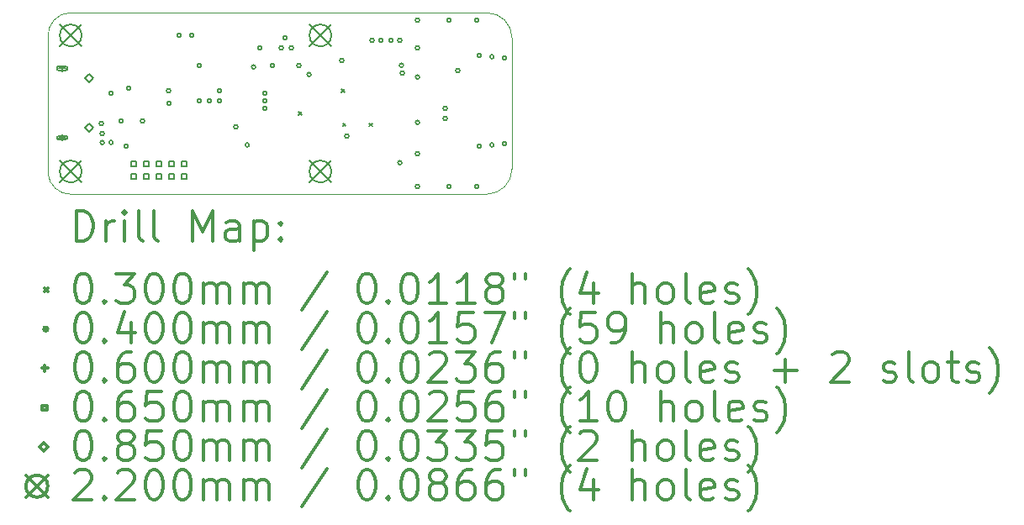
<source format=gbr>
%FSLAX45Y45*%
G04 Gerber Fmt 4.5, Leading zero omitted, Abs format (unit mm)*
G04 Created by KiCad (PCBNEW (5.1.12)-1) date 2022-02-05 21:04:31*
%MOMM*%
%LPD*%
G01*
G04 APERTURE LIST*
%TA.AperFunction,Profile*%
%ADD10C,0.050000*%
%TD*%
%ADD11C,0.200000*%
%ADD12C,0.300000*%
G04 APERTURE END LIST*
D10*
X16052800Y-7289800D02*
G75*
G02*
X16306800Y-7543800I0J-254000D01*
G01*
X16306800Y-8864600D02*
G75*
G02*
X16052800Y-9118600I-254000J0D01*
G01*
X16306800Y-8864600D02*
X16306800Y-7543800D01*
X11634598Y-7543645D02*
G75*
G02*
X11861800Y-7289800I227202J25245D01*
G01*
X11861800Y-9120007D02*
G75*
G02*
X11633200Y-8915400I0J230007D01*
G01*
X11861800Y-9120007D02*
X16052800Y-9118600D01*
X11861800Y-7289800D02*
X16052800Y-7289800D01*
X11633200Y-8915400D02*
X11634598Y-7543645D01*
D11*
X14158200Y-8291856D02*
X14188200Y-8321856D01*
X14188200Y-8291856D02*
X14158200Y-8321856D01*
X14590000Y-8062200D02*
X14620000Y-8092200D01*
X14620000Y-8062200D02*
X14590000Y-8092200D01*
X14602700Y-8405100D02*
X14632700Y-8435100D01*
X14632700Y-8405100D02*
X14602700Y-8435100D01*
X14869398Y-8405100D02*
X14899398Y-8435100D01*
X14899398Y-8405100D02*
X14869398Y-8435100D01*
X12191156Y-8405787D02*
G75*
G03*
X12191156Y-8405787I-20000J0D01*
G01*
X12199300Y-8509000D02*
G75*
G03*
X12199300Y-8509000I-20000J0D01*
G01*
X12199300Y-8597900D02*
G75*
G03*
X12199300Y-8597900I-20000J0D01*
G01*
X12288200Y-8102600D02*
G75*
G03*
X12288200Y-8102600I-20000J0D01*
G01*
X12288200Y-8597900D02*
G75*
G03*
X12288200Y-8597900I-20000J0D01*
G01*
X12389800Y-8382000D02*
G75*
G03*
X12389800Y-8382000I-20000J0D01*
G01*
X12440600Y-8636000D02*
G75*
G03*
X12440600Y-8636000I-20000J0D01*
G01*
X12466000Y-8051800D02*
G75*
G03*
X12466000Y-8051800I-20000J0D01*
G01*
X12605700Y-8382000D02*
G75*
G03*
X12605700Y-8382000I-20000J0D01*
G01*
X12867574Y-8076831D02*
G75*
G03*
X12867574Y-8076831I-20000J0D01*
G01*
X12872400Y-8204200D02*
G75*
G03*
X12872400Y-8204200I-20000J0D01*
G01*
X12974000Y-7518400D02*
G75*
G03*
X12974000Y-7518400I-20000J0D01*
G01*
X13101000Y-7518400D02*
G75*
G03*
X13101000Y-7518400I-20000J0D01*
G01*
X13177200Y-7823200D02*
G75*
G03*
X13177200Y-7823200I-20000J0D01*
G01*
X13177200Y-8178800D02*
G75*
G03*
X13177200Y-8178800I-20000J0D01*
G01*
X13278800Y-8178800D02*
G75*
G03*
X13278800Y-8178800I-20000J0D01*
G01*
X13380400Y-8077200D02*
G75*
G03*
X13380400Y-8077200I-20000J0D01*
G01*
X13380400Y-8178800D02*
G75*
G03*
X13380400Y-8178800I-20000J0D01*
G01*
X13545498Y-8439900D02*
G75*
G03*
X13545498Y-8439900I-20000J0D01*
G01*
X13659800Y-8623300D02*
G75*
G03*
X13659800Y-8623300I-20000J0D01*
G01*
X13723300Y-7835900D02*
G75*
G03*
X13723300Y-7835900I-20000J0D01*
G01*
X13786800Y-7645400D02*
G75*
G03*
X13786800Y-7645400I-20000J0D01*
G01*
X13837600Y-8102600D02*
G75*
G03*
X13837600Y-8102600I-20000J0D01*
G01*
X13837600Y-8178800D02*
G75*
G03*
X13837600Y-8178800I-20000J0D01*
G01*
X13837600Y-8255000D02*
G75*
G03*
X13837600Y-8255000I-20000J0D01*
G01*
X13913800Y-7823200D02*
G75*
G03*
X13913800Y-7823200I-20000J0D01*
G01*
X14002700Y-7645400D02*
G75*
G03*
X14002700Y-7645400I-20000J0D01*
G01*
X14040800Y-7543800D02*
G75*
G03*
X14040800Y-7543800I-20000J0D01*
G01*
X14104300Y-7645400D02*
G75*
G03*
X14104300Y-7645400I-20000J0D01*
G01*
X14180500Y-7823200D02*
G75*
G03*
X14180500Y-7823200I-20000J0D01*
G01*
X14282100Y-7912100D02*
G75*
G03*
X14282100Y-7912100I-20000J0D01*
G01*
X14612300Y-7772400D02*
G75*
G03*
X14612300Y-7772400I-20000J0D01*
G01*
X14663100Y-8534400D02*
G75*
G03*
X14663100Y-8534400I-20000J0D01*
G01*
X14917100Y-7569200D02*
G75*
G03*
X14917100Y-7569200I-20000J0D01*
G01*
X15006000Y-7569200D02*
G75*
G03*
X15006000Y-7569200I-20000J0D01*
G01*
X15107600Y-7569200D02*
G75*
G03*
X15107600Y-7569200I-20000J0D01*
G01*
X15196500Y-7569200D02*
G75*
G03*
X15196500Y-7569200I-20000J0D01*
G01*
X15196500Y-8801100D02*
G75*
G03*
X15196500Y-8801100I-20000J0D01*
G01*
X15212451Y-7819950D02*
G75*
G03*
X15212451Y-7819950I-20000J0D01*
G01*
X15221900Y-7899403D02*
G75*
G03*
X15221900Y-7899403I-20000J0D01*
G01*
X15374300Y-7366000D02*
G75*
G03*
X15374300Y-7366000I-20000J0D01*
G01*
X15374300Y-7645400D02*
G75*
G03*
X15374300Y-7645400I-20000J0D01*
G01*
X15374300Y-7937500D02*
G75*
G03*
X15374300Y-7937500I-20000J0D01*
G01*
X15374300Y-8394700D02*
G75*
G03*
X15374300Y-8394700I-20000J0D01*
G01*
X15374300Y-8712200D02*
G75*
G03*
X15374300Y-8712200I-20000J0D01*
G01*
X15374300Y-9042400D02*
G75*
G03*
X15374300Y-9042400I-20000J0D01*
G01*
X15653700Y-8255000D02*
G75*
G03*
X15653700Y-8255000I-20000J0D01*
G01*
X15653700Y-8356600D02*
G75*
G03*
X15653700Y-8356600I-20000J0D01*
G01*
X15691800Y-7366000D02*
G75*
G03*
X15691800Y-7366000I-20000J0D01*
G01*
X15691800Y-9042400D02*
G75*
G03*
X15691800Y-9042400I-20000J0D01*
G01*
X15780700Y-7874000D02*
G75*
G03*
X15780700Y-7874000I-20000J0D01*
G01*
X15971200Y-7366000D02*
G75*
G03*
X15971200Y-7366000I-20000J0D01*
G01*
X15971200Y-9042400D02*
G75*
G03*
X15971200Y-9042400I-20000J0D01*
G01*
X15996600Y-7721600D02*
G75*
G03*
X15996600Y-7721600I-20000J0D01*
G01*
X15996600Y-8636000D02*
G75*
G03*
X15996600Y-8636000I-20000J0D01*
G01*
X16123600Y-7734300D02*
G75*
G03*
X16123600Y-7734300I-20000J0D01*
G01*
X16123600Y-8623300D02*
G75*
G03*
X16123600Y-8623300I-20000J0D01*
G01*
X16250600Y-7747000D02*
G75*
G03*
X16250600Y-7747000I-20000J0D01*
G01*
X16250600Y-8610600D02*
G75*
G03*
X16250600Y-8610600I-20000J0D01*
G01*
X11776250Y-7820000D02*
X11776250Y-7880000D01*
X11746250Y-7850000D02*
X11806250Y-7850000D01*
X11741250Y-7870000D02*
X11811250Y-7870000D01*
X11741250Y-7830000D02*
X11811250Y-7830000D01*
X11811250Y-7870000D02*
G75*
G03*
X11811250Y-7830000I0J20000D01*
G01*
X11741250Y-7830000D02*
G75*
G03*
X11741250Y-7870000I0J-20000D01*
G01*
X11776250Y-8520000D02*
X11776250Y-8580000D01*
X11746250Y-8550000D02*
X11806250Y-8550000D01*
X11811250Y-8530000D02*
X11741250Y-8530000D01*
X11811250Y-8570000D02*
X11741250Y-8570000D01*
X11741250Y-8530000D02*
G75*
G03*
X11741250Y-8570000I0J-20000D01*
G01*
X11811250Y-8570000D02*
G75*
G03*
X11811250Y-8530000I0J20000D01*
G01*
X12519781Y-8836781D02*
X12519781Y-8790819D01*
X12473819Y-8790819D01*
X12473819Y-8836781D01*
X12519781Y-8836781D01*
X12519781Y-8963781D02*
X12519781Y-8917819D01*
X12473819Y-8917819D01*
X12473819Y-8963781D01*
X12519781Y-8963781D01*
X12646781Y-8836781D02*
X12646781Y-8790819D01*
X12600819Y-8790819D01*
X12600819Y-8836781D01*
X12646781Y-8836781D01*
X12646781Y-8963781D02*
X12646781Y-8917819D01*
X12600819Y-8917819D01*
X12600819Y-8963781D01*
X12646781Y-8963781D01*
X12773781Y-8836781D02*
X12773781Y-8790819D01*
X12727819Y-8790819D01*
X12727819Y-8836781D01*
X12773781Y-8836781D01*
X12773781Y-8963781D02*
X12773781Y-8917819D01*
X12727819Y-8917819D01*
X12727819Y-8963781D01*
X12773781Y-8963781D01*
X12900781Y-8836781D02*
X12900781Y-8790819D01*
X12854819Y-8790819D01*
X12854819Y-8836781D01*
X12900781Y-8836781D01*
X12900781Y-8963781D02*
X12900781Y-8917819D01*
X12854819Y-8917819D01*
X12854819Y-8963781D01*
X12900781Y-8963781D01*
X13027781Y-8836781D02*
X13027781Y-8790819D01*
X12981819Y-8790819D01*
X12981819Y-8836781D01*
X13027781Y-8836781D01*
X13027781Y-8963781D02*
X13027781Y-8917819D01*
X12981819Y-8917819D01*
X12981819Y-8963781D01*
X13027781Y-8963781D01*
X12046250Y-7992500D02*
X12088750Y-7950000D01*
X12046250Y-7907500D01*
X12003750Y-7950000D01*
X12046250Y-7992500D01*
X12046250Y-8492500D02*
X12088750Y-8450000D01*
X12046250Y-8407500D01*
X12003750Y-8450000D01*
X12046250Y-8492500D01*
X11751800Y-7408400D02*
X11971800Y-7628400D01*
X11971800Y-7408400D02*
X11751800Y-7628400D01*
X11971800Y-7518400D02*
G75*
G03*
X11971800Y-7518400I-110000J0D01*
G01*
X11751800Y-8780000D02*
X11971800Y-9000000D01*
X11971800Y-8780000D02*
X11751800Y-9000000D01*
X11971800Y-8890000D02*
G75*
G03*
X11971800Y-8890000I-110000J0D01*
G01*
X14266400Y-7408400D02*
X14486400Y-7628400D01*
X14486400Y-7408400D02*
X14266400Y-7628400D01*
X14486400Y-7518400D02*
G75*
G03*
X14486400Y-7518400I-110000J0D01*
G01*
X14266400Y-8780000D02*
X14486400Y-9000000D01*
X14486400Y-8780000D02*
X14266400Y-9000000D01*
X14486400Y-8890000D02*
G75*
G03*
X14486400Y-8890000I-110000J0D01*
G01*
D12*
X11917128Y-9588221D02*
X11917128Y-9288221D01*
X11988557Y-9288221D01*
X12031414Y-9302507D01*
X12059986Y-9331078D01*
X12074271Y-9359650D01*
X12088557Y-9416793D01*
X12088557Y-9459650D01*
X12074271Y-9516793D01*
X12059986Y-9545364D01*
X12031414Y-9573935D01*
X11988557Y-9588221D01*
X11917128Y-9588221D01*
X12217128Y-9588221D02*
X12217128Y-9388221D01*
X12217128Y-9445364D02*
X12231414Y-9416793D01*
X12245700Y-9402507D01*
X12274271Y-9388221D01*
X12302843Y-9388221D01*
X12402843Y-9588221D02*
X12402843Y-9388221D01*
X12402843Y-9288221D02*
X12388557Y-9302507D01*
X12402843Y-9316793D01*
X12417128Y-9302507D01*
X12402843Y-9288221D01*
X12402843Y-9316793D01*
X12588557Y-9588221D02*
X12559986Y-9573935D01*
X12545700Y-9545364D01*
X12545700Y-9288221D01*
X12745700Y-9588221D02*
X12717128Y-9573935D01*
X12702843Y-9545364D01*
X12702843Y-9288221D01*
X13088557Y-9588221D02*
X13088557Y-9288221D01*
X13188557Y-9502507D01*
X13288557Y-9288221D01*
X13288557Y-9588221D01*
X13559986Y-9588221D02*
X13559986Y-9431078D01*
X13545700Y-9402507D01*
X13517128Y-9388221D01*
X13459986Y-9388221D01*
X13431414Y-9402507D01*
X13559986Y-9573935D02*
X13531414Y-9588221D01*
X13459986Y-9588221D01*
X13431414Y-9573935D01*
X13417128Y-9545364D01*
X13417128Y-9516793D01*
X13431414Y-9488221D01*
X13459986Y-9473935D01*
X13531414Y-9473935D01*
X13559986Y-9459650D01*
X13702843Y-9388221D02*
X13702843Y-9688221D01*
X13702843Y-9402507D02*
X13731414Y-9388221D01*
X13788557Y-9388221D01*
X13817128Y-9402507D01*
X13831414Y-9416793D01*
X13845700Y-9445364D01*
X13845700Y-9531078D01*
X13831414Y-9559650D01*
X13817128Y-9573935D01*
X13788557Y-9588221D01*
X13731414Y-9588221D01*
X13702843Y-9573935D01*
X13974271Y-9559650D02*
X13988557Y-9573935D01*
X13974271Y-9588221D01*
X13959986Y-9573935D01*
X13974271Y-9559650D01*
X13974271Y-9588221D01*
X13974271Y-9402507D02*
X13988557Y-9416793D01*
X13974271Y-9431078D01*
X13959986Y-9416793D01*
X13974271Y-9402507D01*
X13974271Y-9431078D01*
X11600700Y-10067507D02*
X11630700Y-10097507D01*
X11630700Y-10067507D02*
X11600700Y-10097507D01*
X11974271Y-9918221D02*
X12002843Y-9918221D01*
X12031414Y-9932507D01*
X12045700Y-9946793D01*
X12059986Y-9975364D01*
X12074271Y-10032507D01*
X12074271Y-10103935D01*
X12059986Y-10161078D01*
X12045700Y-10189650D01*
X12031414Y-10203935D01*
X12002843Y-10218221D01*
X11974271Y-10218221D01*
X11945700Y-10203935D01*
X11931414Y-10189650D01*
X11917128Y-10161078D01*
X11902843Y-10103935D01*
X11902843Y-10032507D01*
X11917128Y-9975364D01*
X11931414Y-9946793D01*
X11945700Y-9932507D01*
X11974271Y-9918221D01*
X12202843Y-10189650D02*
X12217128Y-10203935D01*
X12202843Y-10218221D01*
X12188557Y-10203935D01*
X12202843Y-10189650D01*
X12202843Y-10218221D01*
X12317128Y-9918221D02*
X12502843Y-9918221D01*
X12402843Y-10032507D01*
X12445700Y-10032507D01*
X12474271Y-10046793D01*
X12488557Y-10061078D01*
X12502843Y-10089650D01*
X12502843Y-10161078D01*
X12488557Y-10189650D01*
X12474271Y-10203935D01*
X12445700Y-10218221D01*
X12359986Y-10218221D01*
X12331414Y-10203935D01*
X12317128Y-10189650D01*
X12688557Y-9918221D02*
X12717128Y-9918221D01*
X12745700Y-9932507D01*
X12759986Y-9946793D01*
X12774271Y-9975364D01*
X12788557Y-10032507D01*
X12788557Y-10103935D01*
X12774271Y-10161078D01*
X12759986Y-10189650D01*
X12745700Y-10203935D01*
X12717128Y-10218221D01*
X12688557Y-10218221D01*
X12659986Y-10203935D01*
X12645700Y-10189650D01*
X12631414Y-10161078D01*
X12617128Y-10103935D01*
X12617128Y-10032507D01*
X12631414Y-9975364D01*
X12645700Y-9946793D01*
X12659986Y-9932507D01*
X12688557Y-9918221D01*
X12974271Y-9918221D02*
X13002843Y-9918221D01*
X13031414Y-9932507D01*
X13045700Y-9946793D01*
X13059986Y-9975364D01*
X13074271Y-10032507D01*
X13074271Y-10103935D01*
X13059986Y-10161078D01*
X13045700Y-10189650D01*
X13031414Y-10203935D01*
X13002843Y-10218221D01*
X12974271Y-10218221D01*
X12945700Y-10203935D01*
X12931414Y-10189650D01*
X12917128Y-10161078D01*
X12902843Y-10103935D01*
X12902843Y-10032507D01*
X12917128Y-9975364D01*
X12931414Y-9946793D01*
X12945700Y-9932507D01*
X12974271Y-9918221D01*
X13202843Y-10218221D02*
X13202843Y-10018221D01*
X13202843Y-10046793D02*
X13217128Y-10032507D01*
X13245700Y-10018221D01*
X13288557Y-10018221D01*
X13317128Y-10032507D01*
X13331414Y-10061078D01*
X13331414Y-10218221D01*
X13331414Y-10061078D02*
X13345700Y-10032507D01*
X13374271Y-10018221D01*
X13417128Y-10018221D01*
X13445700Y-10032507D01*
X13459986Y-10061078D01*
X13459986Y-10218221D01*
X13602843Y-10218221D02*
X13602843Y-10018221D01*
X13602843Y-10046793D02*
X13617128Y-10032507D01*
X13645700Y-10018221D01*
X13688557Y-10018221D01*
X13717128Y-10032507D01*
X13731414Y-10061078D01*
X13731414Y-10218221D01*
X13731414Y-10061078D02*
X13745700Y-10032507D01*
X13774271Y-10018221D01*
X13817128Y-10018221D01*
X13845700Y-10032507D01*
X13859986Y-10061078D01*
X13859986Y-10218221D01*
X14445700Y-9903935D02*
X14188557Y-10289650D01*
X14831414Y-9918221D02*
X14859986Y-9918221D01*
X14888557Y-9932507D01*
X14902843Y-9946793D01*
X14917128Y-9975364D01*
X14931414Y-10032507D01*
X14931414Y-10103935D01*
X14917128Y-10161078D01*
X14902843Y-10189650D01*
X14888557Y-10203935D01*
X14859986Y-10218221D01*
X14831414Y-10218221D01*
X14802843Y-10203935D01*
X14788557Y-10189650D01*
X14774271Y-10161078D01*
X14759986Y-10103935D01*
X14759986Y-10032507D01*
X14774271Y-9975364D01*
X14788557Y-9946793D01*
X14802843Y-9932507D01*
X14831414Y-9918221D01*
X15059986Y-10189650D02*
X15074271Y-10203935D01*
X15059986Y-10218221D01*
X15045700Y-10203935D01*
X15059986Y-10189650D01*
X15059986Y-10218221D01*
X15259986Y-9918221D02*
X15288557Y-9918221D01*
X15317128Y-9932507D01*
X15331414Y-9946793D01*
X15345700Y-9975364D01*
X15359986Y-10032507D01*
X15359986Y-10103935D01*
X15345700Y-10161078D01*
X15331414Y-10189650D01*
X15317128Y-10203935D01*
X15288557Y-10218221D01*
X15259986Y-10218221D01*
X15231414Y-10203935D01*
X15217128Y-10189650D01*
X15202843Y-10161078D01*
X15188557Y-10103935D01*
X15188557Y-10032507D01*
X15202843Y-9975364D01*
X15217128Y-9946793D01*
X15231414Y-9932507D01*
X15259986Y-9918221D01*
X15645700Y-10218221D02*
X15474271Y-10218221D01*
X15559986Y-10218221D02*
X15559986Y-9918221D01*
X15531414Y-9961078D01*
X15502843Y-9989650D01*
X15474271Y-10003935D01*
X15931414Y-10218221D02*
X15759986Y-10218221D01*
X15845700Y-10218221D02*
X15845700Y-9918221D01*
X15817128Y-9961078D01*
X15788557Y-9989650D01*
X15759986Y-10003935D01*
X16102843Y-10046793D02*
X16074271Y-10032507D01*
X16059986Y-10018221D01*
X16045700Y-9989650D01*
X16045700Y-9975364D01*
X16059986Y-9946793D01*
X16074271Y-9932507D01*
X16102843Y-9918221D01*
X16159986Y-9918221D01*
X16188557Y-9932507D01*
X16202843Y-9946793D01*
X16217128Y-9975364D01*
X16217128Y-9989650D01*
X16202843Y-10018221D01*
X16188557Y-10032507D01*
X16159986Y-10046793D01*
X16102843Y-10046793D01*
X16074271Y-10061078D01*
X16059986Y-10075364D01*
X16045700Y-10103935D01*
X16045700Y-10161078D01*
X16059986Y-10189650D01*
X16074271Y-10203935D01*
X16102843Y-10218221D01*
X16159986Y-10218221D01*
X16188557Y-10203935D01*
X16202843Y-10189650D01*
X16217128Y-10161078D01*
X16217128Y-10103935D01*
X16202843Y-10075364D01*
X16188557Y-10061078D01*
X16159986Y-10046793D01*
X16331414Y-9918221D02*
X16331414Y-9975364D01*
X16445700Y-9918221D02*
X16445700Y-9975364D01*
X16888557Y-10332507D02*
X16874271Y-10318221D01*
X16845700Y-10275364D01*
X16831414Y-10246793D01*
X16817128Y-10203935D01*
X16802843Y-10132507D01*
X16802843Y-10075364D01*
X16817128Y-10003935D01*
X16831414Y-9961078D01*
X16845700Y-9932507D01*
X16874271Y-9889650D01*
X16888557Y-9875364D01*
X17131414Y-10018221D02*
X17131414Y-10218221D01*
X17059986Y-9903935D02*
X16988557Y-10118221D01*
X17174271Y-10118221D01*
X17517128Y-10218221D02*
X17517128Y-9918221D01*
X17645700Y-10218221D02*
X17645700Y-10061078D01*
X17631414Y-10032507D01*
X17602843Y-10018221D01*
X17559986Y-10018221D01*
X17531414Y-10032507D01*
X17517128Y-10046793D01*
X17831414Y-10218221D02*
X17802843Y-10203935D01*
X17788557Y-10189650D01*
X17774271Y-10161078D01*
X17774271Y-10075364D01*
X17788557Y-10046793D01*
X17802843Y-10032507D01*
X17831414Y-10018221D01*
X17874271Y-10018221D01*
X17902843Y-10032507D01*
X17917128Y-10046793D01*
X17931414Y-10075364D01*
X17931414Y-10161078D01*
X17917128Y-10189650D01*
X17902843Y-10203935D01*
X17874271Y-10218221D01*
X17831414Y-10218221D01*
X18102843Y-10218221D02*
X18074271Y-10203935D01*
X18059986Y-10175364D01*
X18059986Y-9918221D01*
X18331414Y-10203935D02*
X18302843Y-10218221D01*
X18245700Y-10218221D01*
X18217128Y-10203935D01*
X18202843Y-10175364D01*
X18202843Y-10061078D01*
X18217128Y-10032507D01*
X18245700Y-10018221D01*
X18302843Y-10018221D01*
X18331414Y-10032507D01*
X18345700Y-10061078D01*
X18345700Y-10089650D01*
X18202843Y-10118221D01*
X18459986Y-10203935D02*
X18488557Y-10218221D01*
X18545700Y-10218221D01*
X18574271Y-10203935D01*
X18588557Y-10175364D01*
X18588557Y-10161078D01*
X18574271Y-10132507D01*
X18545700Y-10118221D01*
X18502843Y-10118221D01*
X18474271Y-10103935D01*
X18459986Y-10075364D01*
X18459986Y-10061078D01*
X18474271Y-10032507D01*
X18502843Y-10018221D01*
X18545700Y-10018221D01*
X18574271Y-10032507D01*
X18688557Y-10332507D02*
X18702843Y-10318221D01*
X18731414Y-10275364D01*
X18745700Y-10246793D01*
X18759986Y-10203935D01*
X18774271Y-10132507D01*
X18774271Y-10075364D01*
X18759986Y-10003935D01*
X18745700Y-9961078D01*
X18731414Y-9932507D01*
X18702843Y-9889650D01*
X18688557Y-9875364D01*
X11630700Y-10478507D02*
G75*
G03*
X11630700Y-10478507I-20000J0D01*
G01*
X11974271Y-10314221D02*
X12002843Y-10314221D01*
X12031414Y-10328507D01*
X12045700Y-10342793D01*
X12059986Y-10371364D01*
X12074271Y-10428507D01*
X12074271Y-10499935D01*
X12059986Y-10557078D01*
X12045700Y-10585650D01*
X12031414Y-10599935D01*
X12002843Y-10614221D01*
X11974271Y-10614221D01*
X11945700Y-10599935D01*
X11931414Y-10585650D01*
X11917128Y-10557078D01*
X11902843Y-10499935D01*
X11902843Y-10428507D01*
X11917128Y-10371364D01*
X11931414Y-10342793D01*
X11945700Y-10328507D01*
X11974271Y-10314221D01*
X12202843Y-10585650D02*
X12217128Y-10599935D01*
X12202843Y-10614221D01*
X12188557Y-10599935D01*
X12202843Y-10585650D01*
X12202843Y-10614221D01*
X12474271Y-10414221D02*
X12474271Y-10614221D01*
X12402843Y-10299935D02*
X12331414Y-10514221D01*
X12517128Y-10514221D01*
X12688557Y-10314221D02*
X12717128Y-10314221D01*
X12745700Y-10328507D01*
X12759986Y-10342793D01*
X12774271Y-10371364D01*
X12788557Y-10428507D01*
X12788557Y-10499935D01*
X12774271Y-10557078D01*
X12759986Y-10585650D01*
X12745700Y-10599935D01*
X12717128Y-10614221D01*
X12688557Y-10614221D01*
X12659986Y-10599935D01*
X12645700Y-10585650D01*
X12631414Y-10557078D01*
X12617128Y-10499935D01*
X12617128Y-10428507D01*
X12631414Y-10371364D01*
X12645700Y-10342793D01*
X12659986Y-10328507D01*
X12688557Y-10314221D01*
X12974271Y-10314221D02*
X13002843Y-10314221D01*
X13031414Y-10328507D01*
X13045700Y-10342793D01*
X13059986Y-10371364D01*
X13074271Y-10428507D01*
X13074271Y-10499935D01*
X13059986Y-10557078D01*
X13045700Y-10585650D01*
X13031414Y-10599935D01*
X13002843Y-10614221D01*
X12974271Y-10614221D01*
X12945700Y-10599935D01*
X12931414Y-10585650D01*
X12917128Y-10557078D01*
X12902843Y-10499935D01*
X12902843Y-10428507D01*
X12917128Y-10371364D01*
X12931414Y-10342793D01*
X12945700Y-10328507D01*
X12974271Y-10314221D01*
X13202843Y-10614221D02*
X13202843Y-10414221D01*
X13202843Y-10442793D02*
X13217128Y-10428507D01*
X13245700Y-10414221D01*
X13288557Y-10414221D01*
X13317128Y-10428507D01*
X13331414Y-10457078D01*
X13331414Y-10614221D01*
X13331414Y-10457078D02*
X13345700Y-10428507D01*
X13374271Y-10414221D01*
X13417128Y-10414221D01*
X13445700Y-10428507D01*
X13459986Y-10457078D01*
X13459986Y-10614221D01*
X13602843Y-10614221D02*
X13602843Y-10414221D01*
X13602843Y-10442793D02*
X13617128Y-10428507D01*
X13645700Y-10414221D01*
X13688557Y-10414221D01*
X13717128Y-10428507D01*
X13731414Y-10457078D01*
X13731414Y-10614221D01*
X13731414Y-10457078D02*
X13745700Y-10428507D01*
X13774271Y-10414221D01*
X13817128Y-10414221D01*
X13845700Y-10428507D01*
X13859986Y-10457078D01*
X13859986Y-10614221D01*
X14445700Y-10299935D02*
X14188557Y-10685650D01*
X14831414Y-10314221D02*
X14859986Y-10314221D01*
X14888557Y-10328507D01*
X14902843Y-10342793D01*
X14917128Y-10371364D01*
X14931414Y-10428507D01*
X14931414Y-10499935D01*
X14917128Y-10557078D01*
X14902843Y-10585650D01*
X14888557Y-10599935D01*
X14859986Y-10614221D01*
X14831414Y-10614221D01*
X14802843Y-10599935D01*
X14788557Y-10585650D01*
X14774271Y-10557078D01*
X14759986Y-10499935D01*
X14759986Y-10428507D01*
X14774271Y-10371364D01*
X14788557Y-10342793D01*
X14802843Y-10328507D01*
X14831414Y-10314221D01*
X15059986Y-10585650D02*
X15074271Y-10599935D01*
X15059986Y-10614221D01*
X15045700Y-10599935D01*
X15059986Y-10585650D01*
X15059986Y-10614221D01*
X15259986Y-10314221D02*
X15288557Y-10314221D01*
X15317128Y-10328507D01*
X15331414Y-10342793D01*
X15345700Y-10371364D01*
X15359986Y-10428507D01*
X15359986Y-10499935D01*
X15345700Y-10557078D01*
X15331414Y-10585650D01*
X15317128Y-10599935D01*
X15288557Y-10614221D01*
X15259986Y-10614221D01*
X15231414Y-10599935D01*
X15217128Y-10585650D01*
X15202843Y-10557078D01*
X15188557Y-10499935D01*
X15188557Y-10428507D01*
X15202843Y-10371364D01*
X15217128Y-10342793D01*
X15231414Y-10328507D01*
X15259986Y-10314221D01*
X15645700Y-10614221D02*
X15474271Y-10614221D01*
X15559986Y-10614221D02*
X15559986Y-10314221D01*
X15531414Y-10357078D01*
X15502843Y-10385650D01*
X15474271Y-10399935D01*
X15917128Y-10314221D02*
X15774271Y-10314221D01*
X15759986Y-10457078D01*
X15774271Y-10442793D01*
X15802843Y-10428507D01*
X15874271Y-10428507D01*
X15902843Y-10442793D01*
X15917128Y-10457078D01*
X15931414Y-10485650D01*
X15931414Y-10557078D01*
X15917128Y-10585650D01*
X15902843Y-10599935D01*
X15874271Y-10614221D01*
X15802843Y-10614221D01*
X15774271Y-10599935D01*
X15759986Y-10585650D01*
X16031414Y-10314221D02*
X16231414Y-10314221D01*
X16102843Y-10614221D01*
X16331414Y-10314221D02*
X16331414Y-10371364D01*
X16445700Y-10314221D02*
X16445700Y-10371364D01*
X16888557Y-10728507D02*
X16874271Y-10714221D01*
X16845700Y-10671364D01*
X16831414Y-10642793D01*
X16817128Y-10599935D01*
X16802843Y-10528507D01*
X16802843Y-10471364D01*
X16817128Y-10399935D01*
X16831414Y-10357078D01*
X16845700Y-10328507D01*
X16874271Y-10285650D01*
X16888557Y-10271364D01*
X17145700Y-10314221D02*
X17002843Y-10314221D01*
X16988557Y-10457078D01*
X17002843Y-10442793D01*
X17031414Y-10428507D01*
X17102843Y-10428507D01*
X17131414Y-10442793D01*
X17145700Y-10457078D01*
X17159986Y-10485650D01*
X17159986Y-10557078D01*
X17145700Y-10585650D01*
X17131414Y-10599935D01*
X17102843Y-10614221D01*
X17031414Y-10614221D01*
X17002843Y-10599935D01*
X16988557Y-10585650D01*
X17302843Y-10614221D02*
X17359986Y-10614221D01*
X17388557Y-10599935D01*
X17402843Y-10585650D01*
X17431414Y-10542793D01*
X17445700Y-10485650D01*
X17445700Y-10371364D01*
X17431414Y-10342793D01*
X17417128Y-10328507D01*
X17388557Y-10314221D01*
X17331414Y-10314221D01*
X17302843Y-10328507D01*
X17288557Y-10342793D01*
X17274271Y-10371364D01*
X17274271Y-10442793D01*
X17288557Y-10471364D01*
X17302843Y-10485650D01*
X17331414Y-10499935D01*
X17388557Y-10499935D01*
X17417128Y-10485650D01*
X17431414Y-10471364D01*
X17445700Y-10442793D01*
X17802843Y-10614221D02*
X17802843Y-10314221D01*
X17931414Y-10614221D02*
X17931414Y-10457078D01*
X17917128Y-10428507D01*
X17888557Y-10414221D01*
X17845700Y-10414221D01*
X17817128Y-10428507D01*
X17802843Y-10442793D01*
X18117128Y-10614221D02*
X18088557Y-10599935D01*
X18074271Y-10585650D01*
X18059986Y-10557078D01*
X18059986Y-10471364D01*
X18074271Y-10442793D01*
X18088557Y-10428507D01*
X18117128Y-10414221D01*
X18159986Y-10414221D01*
X18188557Y-10428507D01*
X18202843Y-10442793D01*
X18217128Y-10471364D01*
X18217128Y-10557078D01*
X18202843Y-10585650D01*
X18188557Y-10599935D01*
X18159986Y-10614221D01*
X18117128Y-10614221D01*
X18388557Y-10614221D02*
X18359986Y-10599935D01*
X18345700Y-10571364D01*
X18345700Y-10314221D01*
X18617128Y-10599935D02*
X18588557Y-10614221D01*
X18531414Y-10614221D01*
X18502843Y-10599935D01*
X18488557Y-10571364D01*
X18488557Y-10457078D01*
X18502843Y-10428507D01*
X18531414Y-10414221D01*
X18588557Y-10414221D01*
X18617128Y-10428507D01*
X18631414Y-10457078D01*
X18631414Y-10485650D01*
X18488557Y-10514221D01*
X18745700Y-10599935D02*
X18774271Y-10614221D01*
X18831414Y-10614221D01*
X18859986Y-10599935D01*
X18874271Y-10571364D01*
X18874271Y-10557078D01*
X18859986Y-10528507D01*
X18831414Y-10514221D01*
X18788557Y-10514221D01*
X18759986Y-10499935D01*
X18745700Y-10471364D01*
X18745700Y-10457078D01*
X18759986Y-10428507D01*
X18788557Y-10414221D01*
X18831414Y-10414221D01*
X18859986Y-10428507D01*
X18974271Y-10728507D02*
X18988557Y-10714221D01*
X19017128Y-10671364D01*
X19031414Y-10642793D01*
X19045700Y-10599935D01*
X19059986Y-10528507D01*
X19059986Y-10471364D01*
X19045700Y-10399935D01*
X19031414Y-10357078D01*
X19017128Y-10328507D01*
X18988557Y-10285650D01*
X18974271Y-10271364D01*
X11600700Y-10844507D02*
X11600700Y-10904507D01*
X11570700Y-10874507D02*
X11630700Y-10874507D01*
X11974271Y-10710221D02*
X12002843Y-10710221D01*
X12031414Y-10724507D01*
X12045700Y-10738793D01*
X12059986Y-10767364D01*
X12074271Y-10824507D01*
X12074271Y-10895935D01*
X12059986Y-10953078D01*
X12045700Y-10981650D01*
X12031414Y-10995935D01*
X12002843Y-11010221D01*
X11974271Y-11010221D01*
X11945700Y-10995935D01*
X11931414Y-10981650D01*
X11917128Y-10953078D01*
X11902843Y-10895935D01*
X11902843Y-10824507D01*
X11917128Y-10767364D01*
X11931414Y-10738793D01*
X11945700Y-10724507D01*
X11974271Y-10710221D01*
X12202843Y-10981650D02*
X12217128Y-10995935D01*
X12202843Y-11010221D01*
X12188557Y-10995935D01*
X12202843Y-10981650D01*
X12202843Y-11010221D01*
X12474271Y-10710221D02*
X12417128Y-10710221D01*
X12388557Y-10724507D01*
X12374271Y-10738793D01*
X12345700Y-10781650D01*
X12331414Y-10838793D01*
X12331414Y-10953078D01*
X12345700Y-10981650D01*
X12359986Y-10995935D01*
X12388557Y-11010221D01*
X12445700Y-11010221D01*
X12474271Y-10995935D01*
X12488557Y-10981650D01*
X12502843Y-10953078D01*
X12502843Y-10881650D01*
X12488557Y-10853078D01*
X12474271Y-10838793D01*
X12445700Y-10824507D01*
X12388557Y-10824507D01*
X12359986Y-10838793D01*
X12345700Y-10853078D01*
X12331414Y-10881650D01*
X12688557Y-10710221D02*
X12717128Y-10710221D01*
X12745700Y-10724507D01*
X12759986Y-10738793D01*
X12774271Y-10767364D01*
X12788557Y-10824507D01*
X12788557Y-10895935D01*
X12774271Y-10953078D01*
X12759986Y-10981650D01*
X12745700Y-10995935D01*
X12717128Y-11010221D01*
X12688557Y-11010221D01*
X12659986Y-10995935D01*
X12645700Y-10981650D01*
X12631414Y-10953078D01*
X12617128Y-10895935D01*
X12617128Y-10824507D01*
X12631414Y-10767364D01*
X12645700Y-10738793D01*
X12659986Y-10724507D01*
X12688557Y-10710221D01*
X12974271Y-10710221D02*
X13002843Y-10710221D01*
X13031414Y-10724507D01*
X13045700Y-10738793D01*
X13059986Y-10767364D01*
X13074271Y-10824507D01*
X13074271Y-10895935D01*
X13059986Y-10953078D01*
X13045700Y-10981650D01*
X13031414Y-10995935D01*
X13002843Y-11010221D01*
X12974271Y-11010221D01*
X12945700Y-10995935D01*
X12931414Y-10981650D01*
X12917128Y-10953078D01*
X12902843Y-10895935D01*
X12902843Y-10824507D01*
X12917128Y-10767364D01*
X12931414Y-10738793D01*
X12945700Y-10724507D01*
X12974271Y-10710221D01*
X13202843Y-11010221D02*
X13202843Y-10810221D01*
X13202843Y-10838793D02*
X13217128Y-10824507D01*
X13245700Y-10810221D01*
X13288557Y-10810221D01*
X13317128Y-10824507D01*
X13331414Y-10853078D01*
X13331414Y-11010221D01*
X13331414Y-10853078D02*
X13345700Y-10824507D01*
X13374271Y-10810221D01*
X13417128Y-10810221D01*
X13445700Y-10824507D01*
X13459986Y-10853078D01*
X13459986Y-11010221D01*
X13602843Y-11010221D02*
X13602843Y-10810221D01*
X13602843Y-10838793D02*
X13617128Y-10824507D01*
X13645700Y-10810221D01*
X13688557Y-10810221D01*
X13717128Y-10824507D01*
X13731414Y-10853078D01*
X13731414Y-11010221D01*
X13731414Y-10853078D02*
X13745700Y-10824507D01*
X13774271Y-10810221D01*
X13817128Y-10810221D01*
X13845700Y-10824507D01*
X13859986Y-10853078D01*
X13859986Y-11010221D01*
X14445700Y-10695935D02*
X14188557Y-11081650D01*
X14831414Y-10710221D02*
X14859986Y-10710221D01*
X14888557Y-10724507D01*
X14902843Y-10738793D01*
X14917128Y-10767364D01*
X14931414Y-10824507D01*
X14931414Y-10895935D01*
X14917128Y-10953078D01*
X14902843Y-10981650D01*
X14888557Y-10995935D01*
X14859986Y-11010221D01*
X14831414Y-11010221D01*
X14802843Y-10995935D01*
X14788557Y-10981650D01*
X14774271Y-10953078D01*
X14759986Y-10895935D01*
X14759986Y-10824507D01*
X14774271Y-10767364D01*
X14788557Y-10738793D01*
X14802843Y-10724507D01*
X14831414Y-10710221D01*
X15059986Y-10981650D02*
X15074271Y-10995935D01*
X15059986Y-11010221D01*
X15045700Y-10995935D01*
X15059986Y-10981650D01*
X15059986Y-11010221D01*
X15259986Y-10710221D02*
X15288557Y-10710221D01*
X15317128Y-10724507D01*
X15331414Y-10738793D01*
X15345700Y-10767364D01*
X15359986Y-10824507D01*
X15359986Y-10895935D01*
X15345700Y-10953078D01*
X15331414Y-10981650D01*
X15317128Y-10995935D01*
X15288557Y-11010221D01*
X15259986Y-11010221D01*
X15231414Y-10995935D01*
X15217128Y-10981650D01*
X15202843Y-10953078D01*
X15188557Y-10895935D01*
X15188557Y-10824507D01*
X15202843Y-10767364D01*
X15217128Y-10738793D01*
X15231414Y-10724507D01*
X15259986Y-10710221D01*
X15474271Y-10738793D02*
X15488557Y-10724507D01*
X15517128Y-10710221D01*
X15588557Y-10710221D01*
X15617128Y-10724507D01*
X15631414Y-10738793D01*
X15645700Y-10767364D01*
X15645700Y-10795935D01*
X15631414Y-10838793D01*
X15459986Y-11010221D01*
X15645700Y-11010221D01*
X15745700Y-10710221D02*
X15931414Y-10710221D01*
X15831414Y-10824507D01*
X15874271Y-10824507D01*
X15902843Y-10838793D01*
X15917128Y-10853078D01*
X15931414Y-10881650D01*
X15931414Y-10953078D01*
X15917128Y-10981650D01*
X15902843Y-10995935D01*
X15874271Y-11010221D01*
X15788557Y-11010221D01*
X15759986Y-10995935D01*
X15745700Y-10981650D01*
X16188557Y-10710221D02*
X16131414Y-10710221D01*
X16102843Y-10724507D01*
X16088557Y-10738793D01*
X16059986Y-10781650D01*
X16045700Y-10838793D01*
X16045700Y-10953078D01*
X16059986Y-10981650D01*
X16074271Y-10995935D01*
X16102843Y-11010221D01*
X16159986Y-11010221D01*
X16188557Y-10995935D01*
X16202843Y-10981650D01*
X16217128Y-10953078D01*
X16217128Y-10881650D01*
X16202843Y-10853078D01*
X16188557Y-10838793D01*
X16159986Y-10824507D01*
X16102843Y-10824507D01*
X16074271Y-10838793D01*
X16059986Y-10853078D01*
X16045700Y-10881650D01*
X16331414Y-10710221D02*
X16331414Y-10767364D01*
X16445700Y-10710221D02*
X16445700Y-10767364D01*
X16888557Y-11124507D02*
X16874271Y-11110221D01*
X16845700Y-11067364D01*
X16831414Y-11038793D01*
X16817128Y-10995935D01*
X16802843Y-10924507D01*
X16802843Y-10867364D01*
X16817128Y-10795935D01*
X16831414Y-10753078D01*
X16845700Y-10724507D01*
X16874271Y-10681650D01*
X16888557Y-10667364D01*
X17059986Y-10710221D02*
X17088557Y-10710221D01*
X17117128Y-10724507D01*
X17131414Y-10738793D01*
X17145700Y-10767364D01*
X17159986Y-10824507D01*
X17159986Y-10895935D01*
X17145700Y-10953078D01*
X17131414Y-10981650D01*
X17117128Y-10995935D01*
X17088557Y-11010221D01*
X17059986Y-11010221D01*
X17031414Y-10995935D01*
X17017128Y-10981650D01*
X17002843Y-10953078D01*
X16988557Y-10895935D01*
X16988557Y-10824507D01*
X17002843Y-10767364D01*
X17017128Y-10738793D01*
X17031414Y-10724507D01*
X17059986Y-10710221D01*
X17517128Y-11010221D02*
X17517128Y-10710221D01*
X17645700Y-11010221D02*
X17645700Y-10853078D01*
X17631414Y-10824507D01*
X17602843Y-10810221D01*
X17559986Y-10810221D01*
X17531414Y-10824507D01*
X17517128Y-10838793D01*
X17831414Y-11010221D02*
X17802843Y-10995935D01*
X17788557Y-10981650D01*
X17774271Y-10953078D01*
X17774271Y-10867364D01*
X17788557Y-10838793D01*
X17802843Y-10824507D01*
X17831414Y-10810221D01*
X17874271Y-10810221D01*
X17902843Y-10824507D01*
X17917128Y-10838793D01*
X17931414Y-10867364D01*
X17931414Y-10953078D01*
X17917128Y-10981650D01*
X17902843Y-10995935D01*
X17874271Y-11010221D01*
X17831414Y-11010221D01*
X18102843Y-11010221D02*
X18074271Y-10995935D01*
X18059986Y-10967364D01*
X18059986Y-10710221D01*
X18331414Y-10995935D02*
X18302843Y-11010221D01*
X18245700Y-11010221D01*
X18217128Y-10995935D01*
X18202843Y-10967364D01*
X18202843Y-10853078D01*
X18217128Y-10824507D01*
X18245700Y-10810221D01*
X18302843Y-10810221D01*
X18331414Y-10824507D01*
X18345700Y-10853078D01*
X18345700Y-10881650D01*
X18202843Y-10910221D01*
X18459986Y-10995935D02*
X18488557Y-11010221D01*
X18545700Y-11010221D01*
X18574271Y-10995935D01*
X18588557Y-10967364D01*
X18588557Y-10953078D01*
X18574271Y-10924507D01*
X18545700Y-10910221D01*
X18502843Y-10910221D01*
X18474271Y-10895935D01*
X18459986Y-10867364D01*
X18459986Y-10853078D01*
X18474271Y-10824507D01*
X18502843Y-10810221D01*
X18545700Y-10810221D01*
X18574271Y-10824507D01*
X18945700Y-10895935D02*
X19174271Y-10895935D01*
X19059986Y-11010221D02*
X19059986Y-10781650D01*
X19531414Y-10738793D02*
X19545700Y-10724507D01*
X19574271Y-10710221D01*
X19645700Y-10710221D01*
X19674271Y-10724507D01*
X19688557Y-10738793D01*
X19702843Y-10767364D01*
X19702843Y-10795935D01*
X19688557Y-10838793D01*
X19517128Y-11010221D01*
X19702843Y-11010221D01*
X20045700Y-10995935D02*
X20074271Y-11010221D01*
X20131414Y-11010221D01*
X20159986Y-10995935D01*
X20174271Y-10967364D01*
X20174271Y-10953078D01*
X20159986Y-10924507D01*
X20131414Y-10910221D01*
X20088557Y-10910221D01*
X20059986Y-10895935D01*
X20045700Y-10867364D01*
X20045700Y-10853078D01*
X20059986Y-10824507D01*
X20088557Y-10810221D01*
X20131414Y-10810221D01*
X20159986Y-10824507D01*
X20345700Y-11010221D02*
X20317128Y-10995935D01*
X20302843Y-10967364D01*
X20302843Y-10710221D01*
X20502843Y-11010221D02*
X20474271Y-10995935D01*
X20459986Y-10981650D01*
X20445700Y-10953078D01*
X20445700Y-10867364D01*
X20459986Y-10838793D01*
X20474271Y-10824507D01*
X20502843Y-10810221D01*
X20545700Y-10810221D01*
X20574271Y-10824507D01*
X20588557Y-10838793D01*
X20602843Y-10867364D01*
X20602843Y-10953078D01*
X20588557Y-10981650D01*
X20574271Y-10995935D01*
X20545700Y-11010221D01*
X20502843Y-11010221D01*
X20688557Y-10810221D02*
X20802843Y-10810221D01*
X20731414Y-10710221D02*
X20731414Y-10967364D01*
X20745700Y-10995935D01*
X20774271Y-11010221D01*
X20802843Y-11010221D01*
X20888557Y-10995935D02*
X20917128Y-11010221D01*
X20974271Y-11010221D01*
X21002843Y-10995935D01*
X21017128Y-10967364D01*
X21017128Y-10953078D01*
X21002843Y-10924507D01*
X20974271Y-10910221D01*
X20931414Y-10910221D01*
X20902843Y-10895935D01*
X20888557Y-10867364D01*
X20888557Y-10853078D01*
X20902843Y-10824507D01*
X20931414Y-10810221D01*
X20974271Y-10810221D01*
X21002843Y-10824507D01*
X21117128Y-11124507D02*
X21131414Y-11110221D01*
X21159986Y-11067364D01*
X21174271Y-11038793D01*
X21188557Y-10995935D01*
X21202843Y-10924507D01*
X21202843Y-10867364D01*
X21188557Y-10795935D01*
X21174271Y-10753078D01*
X21159986Y-10724507D01*
X21131414Y-10681650D01*
X21117128Y-10667364D01*
X11621181Y-11293488D02*
X11621181Y-11247526D01*
X11575219Y-11247526D01*
X11575219Y-11293488D01*
X11621181Y-11293488D01*
X11974271Y-11106221D02*
X12002843Y-11106221D01*
X12031414Y-11120507D01*
X12045700Y-11134793D01*
X12059986Y-11163364D01*
X12074271Y-11220507D01*
X12074271Y-11291935D01*
X12059986Y-11349078D01*
X12045700Y-11377650D01*
X12031414Y-11391935D01*
X12002843Y-11406221D01*
X11974271Y-11406221D01*
X11945700Y-11391935D01*
X11931414Y-11377650D01*
X11917128Y-11349078D01*
X11902843Y-11291935D01*
X11902843Y-11220507D01*
X11917128Y-11163364D01*
X11931414Y-11134793D01*
X11945700Y-11120507D01*
X11974271Y-11106221D01*
X12202843Y-11377650D02*
X12217128Y-11391935D01*
X12202843Y-11406221D01*
X12188557Y-11391935D01*
X12202843Y-11377650D01*
X12202843Y-11406221D01*
X12474271Y-11106221D02*
X12417128Y-11106221D01*
X12388557Y-11120507D01*
X12374271Y-11134793D01*
X12345700Y-11177650D01*
X12331414Y-11234792D01*
X12331414Y-11349078D01*
X12345700Y-11377650D01*
X12359986Y-11391935D01*
X12388557Y-11406221D01*
X12445700Y-11406221D01*
X12474271Y-11391935D01*
X12488557Y-11377650D01*
X12502843Y-11349078D01*
X12502843Y-11277650D01*
X12488557Y-11249078D01*
X12474271Y-11234792D01*
X12445700Y-11220507D01*
X12388557Y-11220507D01*
X12359986Y-11234792D01*
X12345700Y-11249078D01*
X12331414Y-11277650D01*
X12774271Y-11106221D02*
X12631414Y-11106221D01*
X12617128Y-11249078D01*
X12631414Y-11234792D01*
X12659986Y-11220507D01*
X12731414Y-11220507D01*
X12759986Y-11234792D01*
X12774271Y-11249078D01*
X12788557Y-11277650D01*
X12788557Y-11349078D01*
X12774271Y-11377650D01*
X12759986Y-11391935D01*
X12731414Y-11406221D01*
X12659986Y-11406221D01*
X12631414Y-11391935D01*
X12617128Y-11377650D01*
X12974271Y-11106221D02*
X13002843Y-11106221D01*
X13031414Y-11120507D01*
X13045700Y-11134793D01*
X13059986Y-11163364D01*
X13074271Y-11220507D01*
X13074271Y-11291935D01*
X13059986Y-11349078D01*
X13045700Y-11377650D01*
X13031414Y-11391935D01*
X13002843Y-11406221D01*
X12974271Y-11406221D01*
X12945700Y-11391935D01*
X12931414Y-11377650D01*
X12917128Y-11349078D01*
X12902843Y-11291935D01*
X12902843Y-11220507D01*
X12917128Y-11163364D01*
X12931414Y-11134793D01*
X12945700Y-11120507D01*
X12974271Y-11106221D01*
X13202843Y-11406221D02*
X13202843Y-11206221D01*
X13202843Y-11234792D02*
X13217128Y-11220507D01*
X13245700Y-11206221D01*
X13288557Y-11206221D01*
X13317128Y-11220507D01*
X13331414Y-11249078D01*
X13331414Y-11406221D01*
X13331414Y-11249078D02*
X13345700Y-11220507D01*
X13374271Y-11206221D01*
X13417128Y-11206221D01*
X13445700Y-11220507D01*
X13459986Y-11249078D01*
X13459986Y-11406221D01*
X13602843Y-11406221D02*
X13602843Y-11206221D01*
X13602843Y-11234792D02*
X13617128Y-11220507D01*
X13645700Y-11206221D01*
X13688557Y-11206221D01*
X13717128Y-11220507D01*
X13731414Y-11249078D01*
X13731414Y-11406221D01*
X13731414Y-11249078D02*
X13745700Y-11220507D01*
X13774271Y-11206221D01*
X13817128Y-11206221D01*
X13845700Y-11220507D01*
X13859986Y-11249078D01*
X13859986Y-11406221D01*
X14445700Y-11091935D02*
X14188557Y-11477650D01*
X14831414Y-11106221D02*
X14859986Y-11106221D01*
X14888557Y-11120507D01*
X14902843Y-11134793D01*
X14917128Y-11163364D01*
X14931414Y-11220507D01*
X14931414Y-11291935D01*
X14917128Y-11349078D01*
X14902843Y-11377650D01*
X14888557Y-11391935D01*
X14859986Y-11406221D01*
X14831414Y-11406221D01*
X14802843Y-11391935D01*
X14788557Y-11377650D01*
X14774271Y-11349078D01*
X14759986Y-11291935D01*
X14759986Y-11220507D01*
X14774271Y-11163364D01*
X14788557Y-11134793D01*
X14802843Y-11120507D01*
X14831414Y-11106221D01*
X15059986Y-11377650D02*
X15074271Y-11391935D01*
X15059986Y-11406221D01*
X15045700Y-11391935D01*
X15059986Y-11377650D01*
X15059986Y-11406221D01*
X15259986Y-11106221D02*
X15288557Y-11106221D01*
X15317128Y-11120507D01*
X15331414Y-11134793D01*
X15345700Y-11163364D01*
X15359986Y-11220507D01*
X15359986Y-11291935D01*
X15345700Y-11349078D01*
X15331414Y-11377650D01*
X15317128Y-11391935D01*
X15288557Y-11406221D01*
X15259986Y-11406221D01*
X15231414Y-11391935D01*
X15217128Y-11377650D01*
X15202843Y-11349078D01*
X15188557Y-11291935D01*
X15188557Y-11220507D01*
X15202843Y-11163364D01*
X15217128Y-11134793D01*
X15231414Y-11120507D01*
X15259986Y-11106221D01*
X15474271Y-11134793D02*
X15488557Y-11120507D01*
X15517128Y-11106221D01*
X15588557Y-11106221D01*
X15617128Y-11120507D01*
X15631414Y-11134793D01*
X15645700Y-11163364D01*
X15645700Y-11191935D01*
X15631414Y-11234792D01*
X15459986Y-11406221D01*
X15645700Y-11406221D01*
X15917128Y-11106221D02*
X15774271Y-11106221D01*
X15759986Y-11249078D01*
X15774271Y-11234792D01*
X15802843Y-11220507D01*
X15874271Y-11220507D01*
X15902843Y-11234792D01*
X15917128Y-11249078D01*
X15931414Y-11277650D01*
X15931414Y-11349078D01*
X15917128Y-11377650D01*
X15902843Y-11391935D01*
X15874271Y-11406221D01*
X15802843Y-11406221D01*
X15774271Y-11391935D01*
X15759986Y-11377650D01*
X16188557Y-11106221D02*
X16131414Y-11106221D01*
X16102843Y-11120507D01*
X16088557Y-11134793D01*
X16059986Y-11177650D01*
X16045700Y-11234792D01*
X16045700Y-11349078D01*
X16059986Y-11377650D01*
X16074271Y-11391935D01*
X16102843Y-11406221D01*
X16159986Y-11406221D01*
X16188557Y-11391935D01*
X16202843Y-11377650D01*
X16217128Y-11349078D01*
X16217128Y-11277650D01*
X16202843Y-11249078D01*
X16188557Y-11234792D01*
X16159986Y-11220507D01*
X16102843Y-11220507D01*
X16074271Y-11234792D01*
X16059986Y-11249078D01*
X16045700Y-11277650D01*
X16331414Y-11106221D02*
X16331414Y-11163364D01*
X16445700Y-11106221D02*
X16445700Y-11163364D01*
X16888557Y-11520507D02*
X16874271Y-11506221D01*
X16845700Y-11463364D01*
X16831414Y-11434792D01*
X16817128Y-11391935D01*
X16802843Y-11320507D01*
X16802843Y-11263364D01*
X16817128Y-11191935D01*
X16831414Y-11149078D01*
X16845700Y-11120507D01*
X16874271Y-11077650D01*
X16888557Y-11063364D01*
X17159986Y-11406221D02*
X16988557Y-11406221D01*
X17074271Y-11406221D02*
X17074271Y-11106221D01*
X17045700Y-11149078D01*
X17017128Y-11177650D01*
X16988557Y-11191935D01*
X17345700Y-11106221D02*
X17374271Y-11106221D01*
X17402843Y-11120507D01*
X17417128Y-11134793D01*
X17431414Y-11163364D01*
X17445700Y-11220507D01*
X17445700Y-11291935D01*
X17431414Y-11349078D01*
X17417128Y-11377650D01*
X17402843Y-11391935D01*
X17374271Y-11406221D01*
X17345700Y-11406221D01*
X17317128Y-11391935D01*
X17302843Y-11377650D01*
X17288557Y-11349078D01*
X17274271Y-11291935D01*
X17274271Y-11220507D01*
X17288557Y-11163364D01*
X17302843Y-11134793D01*
X17317128Y-11120507D01*
X17345700Y-11106221D01*
X17802843Y-11406221D02*
X17802843Y-11106221D01*
X17931414Y-11406221D02*
X17931414Y-11249078D01*
X17917128Y-11220507D01*
X17888557Y-11206221D01*
X17845700Y-11206221D01*
X17817128Y-11220507D01*
X17802843Y-11234792D01*
X18117128Y-11406221D02*
X18088557Y-11391935D01*
X18074271Y-11377650D01*
X18059986Y-11349078D01*
X18059986Y-11263364D01*
X18074271Y-11234792D01*
X18088557Y-11220507D01*
X18117128Y-11206221D01*
X18159986Y-11206221D01*
X18188557Y-11220507D01*
X18202843Y-11234792D01*
X18217128Y-11263364D01*
X18217128Y-11349078D01*
X18202843Y-11377650D01*
X18188557Y-11391935D01*
X18159986Y-11406221D01*
X18117128Y-11406221D01*
X18388557Y-11406221D02*
X18359986Y-11391935D01*
X18345700Y-11363364D01*
X18345700Y-11106221D01*
X18617128Y-11391935D02*
X18588557Y-11406221D01*
X18531414Y-11406221D01*
X18502843Y-11391935D01*
X18488557Y-11363364D01*
X18488557Y-11249078D01*
X18502843Y-11220507D01*
X18531414Y-11206221D01*
X18588557Y-11206221D01*
X18617128Y-11220507D01*
X18631414Y-11249078D01*
X18631414Y-11277650D01*
X18488557Y-11306221D01*
X18745700Y-11391935D02*
X18774271Y-11406221D01*
X18831414Y-11406221D01*
X18859986Y-11391935D01*
X18874271Y-11363364D01*
X18874271Y-11349078D01*
X18859986Y-11320507D01*
X18831414Y-11306221D01*
X18788557Y-11306221D01*
X18759986Y-11291935D01*
X18745700Y-11263364D01*
X18745700Y-11249078D01*
X18759986Y-11220507D01*
X18788557Y-11206221D01*
X18831414Y-11206221D01*
X18859986Y-11220507D01*
X18974271Y-11520507D02*
X18988557Y-11506221D01*
X19017128Y-11463364D01*
X19031414Y-11434792D01*
X19045700Y-11391935D01*
X19059986Y-11320507D01*
X19059986Y-11263364D01*
X19045700Y-11191935D01*
X19031414Y-11149078D01*
X19017128Y-11120507D01*
X18988557Y-11077650D01*
X18974271Y-11063364D01*
X11588200Y-11709007D02*
X11630700Y-11666507D01*
X11588200Y-11624007D01*
X11545700Y-11666507D01*
X11588200Y-11709007D01*
X11974271Y-11502221D02*
X12002843Y-11502221D01*
X12031414Y-11516507D01*
X12045700Y-11530792D01*
X12059986Y-11559364D01*
X12074271Y-11616507D01*
X12074271Y-11687935D01*
X12059986Y-11745078D01*
X12045700Y-11773650D01*
X12031414Y-11787935D01*
X12002843Y-11802221D01*
X11974271Y-11802221D01*
X11945700Y-11787935D01*
X11931414Y-11773650D01*
X11917128Y-11745078D01*
X11902843Y-11687935D01*
X11902843Y-11616507D01*
X11917128Y-11559364D01*
X11931414Y-11530792D01*
X11945700Y-11516507D01*
X11974271Y-11502221D01*
X12202843Y-11773650D02*
X12217128Y-11787935D01*
X12202843Y-11802221D01*
X12188557Y-11787935D01*
X12202843Y-11773650D01*
X12202843Y-11802221D01*
X12388557Y-11630792D02*
X12359986Y-11616507D01*
X12345700Y-11602221D01*
X12331414Y-11573650D01*
X12331414Y-11559364D01*
X12345700Y-11530792D01*
X12359986Y-11516507D01*
X12388557Y-11502221D01*
X12445700Y-11502221D01*
X12474271Y-11516507D01*
X12488557Y-11530792D01*
X12502843Y-11559364D01*
X12502843Y-11573650D01*
X12488557Y-11602221D01*
X12474271Y-11616507D01*
X12445700Y-11630792D01*
X12388557Y-11630792D01*
X12359986Y-11645078D01*
X12345700Y-11659364D01*
X12331414Y-11687935D01*
X12331414Y-11745078D01*
X12345700Y-11773650D01*
X12359986Y-11787935D01*
X12388557Y-11802221D01*
X12445700Y-11802221D01*
X12474271Y-11787935D01*
X12488557Y-11773650D01*
X12502843Y-11745078D01*
X12502843Y-11687935D01*
X12488557Y-11659364D01*
X12474271Y-11645078D01*
X12445700Y-11630792D01*
X12774271Y-11502221D02*
X12631414Y-11502221D01*
X12617128Y-11645078D01*
X12631414Y-11630792D01*
X12659986Y-11616507D01*
X12731414Y-11616507D01*
X12759986Y-11630792D01*
X12774271Y-11645078D01*
X12788557Y-11673650D01*
X12788557Y-11745078D01*
X12774271Y-11773650D01*
X12759986Y-11787935D01*
X12731414Y-11802221D01*
X12659986Y-11802221D01*
X12631414Y-11787935D01*
X12617128Y-11773650D01*
X12974271Y-11502221D02*
X13002843Y-11502221D01*
X13031414Y-11516507D01*
X13045700Y-11530792D01*
X13059986Y-11559364D01*
X13074271Y-11616507D01*
X13074271Y-11687935D01*
X13059986Y-11745078D01*
X13045700Y-11773650D01*
X13031414Y-11787935D01*
X13002843Y-11802221D01*
X12974271Y-11802221D01*
X12945700Y-11787935D01*
X12931414Y-11773650D01*
X12917128Y-11745078D01*
X12902843Y-11687935D01*
X12902843Y-11616507D01*
X12917128Y-11559364D01*
X12931414Y-11530792D01*
X12945700Y-11516507D01*
X12974271Y-11502221D01*
X13202843Y-11802221D02*
X13202843Y-11602221D01*
X13202843Y-11630792D02*
X13217128Y-11616507D01*
X13245700Y-11602221D01*
X13288557Y-11602221D01*
X13317128Y-11616507D01*
X13331414Y-11645078D01*
X13331414Y-11802221D01*
X13331414Y-11645078D02*
X13345700Y-11616507D01*
X13374271Y-11602221D01*
X13417128Y-11602221D01*
X13445700Y-11616507D01*
X13459986Y-11645078D01*
X13459986Y-11802221D01*
X13602843Y-11802221D02*
X13602843Y-11602221D01*
X13602843Y-11630792D02*
X13617128Y-11616507D01*
X13645700Y-11602221D01*
X13688557Y-11602221D01*
X13717128Y-11616507D01*
X13731414Y-11645078D01*
X13731414Y-11802221D01*
X13731414Y-11645078D02*
X13745700Y-11616507D01*
X13774271Y-11602221D01*
X13817128Y-11602221D01*
X13845700Y-11616507D01*
X13859986Y-11645078D01*
X13859986Y-11802221D01*
X14445700Y-11487935D02*
X14188557Y-11873650D01*
X14831414Y-11502221D02*
X14859986Y-11502221D01*
X14888557Y-11516507D01*
X14902843Y-11530792D01*
X14917128Y-11559364D01*
X14931414Y-11616507D01*
X14931414Y-11687935D01*
X14917128Y-11745078D01*
X14902843Y-11773650D01*
X14888557Y-11787935D01*
X14859986Y-11802221D01*
X14831414Y-11802221D01*
X14802843Y-11787935D01*
X14788557Y-11773650D01*
X14774271Y-11745078D01*
X14759986Y-11687935D01*
X14759986Y-11616507D01*
X14774271Y-11559364D01*
X14788557Y-11530792D01*
X14802843Y-11516507D01*
X14831414Y-11502221D01*
X15059986Y-11773650D02*
X15074271Y-11787935D01*
X15059986Y-11802221D01*
X15045700Y-11787935D01*
X15059986Y-11773650D01*
X15059986Y-11802221D01*
X15259986Y-11502221D02*
X15288557Y-11502221D01*
X15317128Y-11516507D01*
X15331414Y-11530792D01*
X15345700Y-11559364D01*
X15359986Y-11616507D01*
X15359986Y-11687935D01*
X15345700Y-11745078D01*
X15331414Y-11773650D01*
X15317128Y-11787935D01*
X15288557Y-11802221D01*
X15259986Y-11802221D01*
X15231414Y-11787935D01*
X15217128Y-11773650D01*
X15202843Y-11745078D01*
X15188557Y-11687935D01*
X15188557Y-11616507D01*
X15202843Y-11559364D01*
X15217128Y-11530792D01*
X15231414Y-11516507D01*
X15259986Y-11502221D01*
X15459986Y-11502221D02*
X15645700Y-11502221D01*
X15545700Y-11616507D01*
X15588557Y-11616507D01*
X15617128Y-11630792D01*
X15631414Y-11645078D01*
X15645700Y-11673650D01*
X15645700Y-11745078D01*
X15631414Y-11773650D01*
X15617128Y-11787935D01*
X15588557Y-11802221D01*
X15502843Y-11802221D01*
X15474271Y-11787935D01*
X15459986Y-11773650D01*
X15745700Y-11502221D02*
X15931414Y-11502221D01*
X15831414Y-11616507D01*
X15874271Y-11616507D01*
X15902843Y-11630792D01*
X15917128Y-11645078D01*
X15931414Y-11673650D01*
X15931414Y-11745078D01*
X15917128Y-11773650D01*
X15902843Y-11787935D01*
X15874271Y-11802221D01*
X15788557Y-11802221D01*
X15759986Y-11787935D01*
X15745700Y-11773650D01*
X16202843Y-11502221D02*
X16059986Y-11502221D01*
X16045700Y-11645078D01*
X16059986Y-11630792D01*
X16088557Y-11616507D01*
X16159986Y-11616507D01*
X16188557Y-11630792D01*
X16202843Y-11645078D01*
X16217128Y-11673650D01*
X16217128Y-11745078D01*
X16202843Y-11773650D01*
X16188557Y-11787935D01*
X16159986Y-11802221D01*
X16088557Y-11802221D01*
X16059986Y-11787935D01*
X16045700Y-11773650D01*
X16331414Y-11502221D02*
X16331414Y-11559364D01*
X16445700Y-11502221D02*
X16445700Y-11559364D01*
X16888557Y-11916507D02*
X16874271Y-11902221D01*
X16845700Y-11859364D01*
X16831414Y-11830792D01*
X16817128Y-11787935D01*
X16802843Y-11716507D01*
X16802843Y-11659364D01*
X16817128Y-11587935D01*
X16831414Y-11545078D01*
X16845700Y-11516507D01*
X16874271Y-11473650D01*
X16888557Y-11459364D01*
X16988557Y-11530792D02*
X17002843Y-11516507D01*
X17031414Y-11502221D01*
X17102843Y-11502221D01*
X17131414Y-11516507D01*
X17145700Y-11530792D01*
X17159986Y-11559364D01*
X17159986Y-11587935D01*
X17145700Y-11630792D01*
X16974271Y-11802221D01*
X17159986Y-11802221D01*
X17517128Y-11802221D02*
X17517128Y-11502221D01*
X17645700Y-11802221D02*
X17645700Y-11645078D01*
X17631414Y-11616507D01*
X17602843Y-11602221D01*
X17559986Y-11602221D01*
X17531414Y-11616507D01*
X17517128Y-11630792D01*
X17831414Y-11802221D02*
X17802843Y-11787935D01*
X17788557Y-11773650D01*
X17774271Y-11745078D01*
X17774271Y-11659364D01*
X17788557Y-11630792D01*
X17802843Y-11616507D01*
X17831414Y-11602221D01*
X17874271Y-11602221D01*
X17902843Y-11616507D01*
X17917128Y-11630792D01*
X17931414Y-11659364D01*
X17931414Y-11745078D01*
X17917128Y-11773650D01*
X17902843Y-11787935D01*
X17874271Y-11802221D01*
X17831414Y-11802221D01*
X18102843Y-11802221D02*
X18074271Y-11787935D01*
X18059986Y-11759364D01*
X18059986Y-11502221D01*
X18331414Y-11787935D02*
X18302843Y-11802221D01*
X18245700Y-11802221D01*
X18217128Y-11787935D01*
X18202843Y-11759364D01*
X18202843Y-11645078D01*
X18217128Y-11616507D01*
X18245700Y-11602221D01*
X18302843Y-11602221D01*
X18331414Y-11616507D01*
X18345700Y-11645078D01*
X18345700Y-11673650D01*
X18202843Y-11702221D01*
X18459986Y-11787935D02*
X18488557Y-11802221D01*
X18545700Y-11802221D01*
X18574271Y-11787935D01*
X18588557Y-11759364D01*
X18588557Y-11745078D01*
X18574271Y-11716507D01*
X18545700Y-11702221D01*
X18502843Y-11702221D01*
X18474271Y-11687935D01*
X18459986Y-11659364D01*
X18459986Y-11645078D01*
X18474271Y-11616507D01*
X18502843Y-11602221D01*
X18545700Y-11602221D01*
X18574271Y-11616507D01*
X18688557Y-11916507D02*
X18702843Y-11902221D01*
X18731414Y-11859364D01*
X18745700Y-11830792D01*
X18759986Y-11787935D01*
X18774271Y-11716507D01*
X18774271Y-11659364D01*
X18759986Y-11587935D01*
X18745700Y-11545078D01*
X18731414Y-11516507D01*
X18702843Y-11473650D01*
X18688557Y-11459364D01*
X11410700Y-11952507D02*
X11630700Y-12172507D01*
X11630700Y-11952507D02*
X11410700Y-12172507D01*
X11630700Y-12062507D02*
G75*
G03*
X11630700Y-12062507I-110000J0D01*
G01*
X11902843Y-11926792D02*
X11917128Y-11912507D01*
X11945700Y-11898221D01*
X12017128Y-11898221D01*
X12045700Y-11912507D01*
X12059986Y-11926792D01*
X12074271Y-11955364D01*
X12074271Y-11983935D01*
X12059986Y-12026792D01*
X11888557Y-12198221D01*
X12074271Y-12198221D01*
X12202843Y-12169650D02*
X12217128Y-12183935D01*
X12202843Y-12198221D01*
X12188557Y-12183935D01*
X12202843Y-12169650D01*
X12202843Y-12198221D01*
X12331414Y-11926792D02*
X12345700Y-11912507D01*
X12374271Y-11898221D01*
X12445700Y-11898221D01*
X12474271Y-11912507D01*
X12488557Y-11926792D01*
X12502843Y-11955364D01*
X12502843Y-11983935D01*
X12488557Y-12026792D01*
X12317128Y-12198221D01*
X12502843Y-12198221D01*
X12688557Y-11898221D02*
X12717128Y-11898221D01*
X12745700Y-11912507D01*
X12759986Y-11926792D01*
X12774271Y-11955364D01*
X12788557Y-12012507D01*
X12788557Y-12083935D01*
X12774271Y-12141078D01*
X12759986Y-12169650D01*
X12745700Y-12183935D01*
X12717128Y-12198221D01*
X12688557Y-12198221D01*
X12659986Y-12183935D01*
X12645700Y-12169650D01*
X12631414Y-12141078D01*
X12617128Y-12083935D01*
X12617128Y-12012507D01*
X12631414Y-11955364D01*
X12645700Y-11926792D01*
X12659986Y-11912507D01*
X12688557Y-11898221D01*
X12974271Y-11898221D02*
X13002843Y-11898221D01*
X13031414Y-11912507D01*
X13045700Y-11926792D01*
X13059986Y-11955364D01*
X13074271Y-12012507D01*
X13074271Y-12083935D01*
X13059986Y-12141078D01*
X13045700Y-12169650D01*
X13031414Y-12183935D01*
X13002843Y-12198221D01*
X12974271Y-12198221D01*
X12945700Y-12183935D01*
X12931414Y-12169650D01*
X12917128Y-12141078D01*
X12902843Y-12083935D01*
X12902843Y-12012507D01*
X12917128Y-11955364D01*
X12931414Y-11926792D01*
X12945700Y-11912507D01*
X12974271Y-11898221D01*
X13202843Y-12198221D02*
X13202843Y-11998221D01*
X13202843Y-12026792D02*
X13217128Y-12012507D01*
X13245700Y-11998221D01*
X13288557Y-11998221D01*
X13317128Y-12012507D01*
X13331414Y-12041078D01*
X13331414Y-12198221D01*
X13331414Y-12041078D02*
X13345700Y-12012507D01*
X13374271Y-11998221D01*
X13417128Y-11998221D01*
X13445700Y-12012507D01*
X13459986Y-12041078D01*
X13459986Y-12198221D01*
X13602843Y-12198221D02*
X13602843Y-11998221D01*
X13602843Y-12026792D02*
X13617128Y-12012507D01*
X13645700Y-11998221D01*
X13688557Y-11998221D01*
X13717128Y-12012507D01*
X13731414Y-12041078D01*
X13731414Y-12198221D01*
X13731414Y-12041078D02*
X13745700Y-12012507D01*
X13774271Y-11998221D01*
X13817128Y-11998221D01*
X13845700Y-12012507D01*
X13859986Y-12041078D01*
X13859986Y-12198221D01*
X14445700Y-11883935D02*
X14188557Y-12269650D01*
X14831414Y-11898221D02*
X14859986Y-11898221D01*
X14888557Y-11912507D01*
X14902843Y-11926792D01*
X14917128Y-11955364D01*
X14931414Y-12012507D01*
X14931414Y-12083935D01*
X14917128Y-12141078D01*
X14902843Y-12169650D01*
X14888557Y-12183935D01*
X14859986Y-12198221D01*
X14831414Y-12198221D01*
X14802843Y-12183935D01*
X14788557Y-12169650D01*
X14774271Y-12141078D01*
X14759986Y-12083935D01*
X14759986Y-12012507D01*
X14774271Y-11955364D01*
X14788557Y-11926792D01*
X14802843Y-11912507D01*
X14831414Y-11898221D01*
X15059986Y-12169650D02*
X15074271Y-12183935D01*
X15059986Y-12198221D01*
X15045700Y-12183935D01*
X15059986Y-12169650D01*
X15059986Y-12198221D01*
X15259986Y-11898221D02*
X15288557Y-11898221D01*
X15317128Y-11912507D01*
X15331414Y-11926792D01*
X15345700Y-11955364D01*
X15359986Y-12012507D01*
X15359986Y-12083935D01*
X15345700Y-12141078D01*
X15331414Y-12169650D01*
X15317128Y-12183935D01*
X15288557Y-12198221D01*
X15259986Y-12198221D01*
X15231414Y-12183935D01*
X15217128Y-12169650D01*
X15202843Y-12141078D01*
X15188557Y-12083935D01*
X15188557Y-12012507D01*
X15202843Y-11955364D01*
X15217128Y-11926792D01*
X15231414Y-11912507D01*
X15259986Y-11898221D01*
X15531414Y-12026792D02*
X15502843Y-12012507D01*
X15488557Y-11998221D01*
X15474271Y-11969650D01*
X15474271Y-11955364D01*
X15488557Y-11926792D01*
X15502843Y-11912507D01*
X15531414Y-11898221D01*
X15588557Y-11898221D01*
X15617128Y-11912507D01*
X15631414Y-11926792D01*
X15645700Y-11955364D01*
X15645700Y-11969650D01*
X15631414Y-11998221D01*
X15617128Y-12012507D01*
X15588557Y-12026792D01*
X15531414Y-12026792D01*
X15502843Y-12041078D01*
X15488557Y-12055364D01*
X15474271Y-12083935D01*
X15474271Y-12141078D01*
X15488557Y-12169650D01*
X15502843Y-12183935D01*
X15531414Y-12198221D01*
X15588557Y-12198221D01*
X15617128Y-12183935D01*
X15631414Y-12169650D01*
X15645700Y-12141078D01*
X15645700Y-12083935D01*
X15631414Y-12055364D01*
X15617128Y-12041078D01*
X15588557Y-12026792D01*
X15902843Y-11898221D02*
X15845700Y-11898221D01*
X15817128Y-11912507D01*
X15802843Y-11926792D01*
X15774271Y-11969650D01*
X15759986Y-12026792D01*
X15759986Y-12141078D01*
X15774271Y-12169650D01*
X15788557Y-12183935D01*
X15817128Y-12198221D01*
X15874271Y-12198221D01*
X15902843Y-12183935D01*
X15917128Y-12169650D01*
X15931414Y-12141078D01*
X15931414Y-12069650D01*
X15917128Y-12041078D01*
X15902843Y-12026792D01*
X15874271Y-12012507D01*
X15817128Y-12012507D01*
X15788557Y-12026792D01*
X15774271Y-12041078D01*
X15759986Y-12069650D01*
X16188557Y-11898221D02*
X16131414Y-11898221D01*
X16102843Y-11912507D01*
X16088557Y-11926792D01*
X16059986Y-11969650D01*
X16045700Y-12026792D01*
X16045700Y-12141078D01*
X16059986Y-12169650D01*
X16074271Y-12183935D01*
X16102843Y-12198221D01*
X16159986Y-12198221D01*
X16188557Y-12183935D01*
X16202843Y-12169650D01*
X16217128Y-12141078D01*
X16217128Y-12069650D01*
X16202843Y-12041078D01*
X16188557Y-12026792D01*
X16159986Y-12012507D01*
X16102843Y-12012507D01*
X16074271Y-12026792D01*
X16059986Y-12041078D01*
X16045700Y-12069650D01*
X16331414Y-11898221D02*
X16331414Y-11955364D01*
X16445700Y-11898221D02*
X16445700Y-11955364D01*
X16888557Y-12312507D02*
X16874271Y-12298221D01*
X16845700Y-12255364D01*
X16831414Y-12226792D01*
X16817128Y-12183935D01*
X16802843Y-12112507D01*
X16802843Y-12055364D01*
X16817128Y-11983935D01*
X16831414Y-11941078D01*
X16845700Y-11912507D01*
X16874271Y-11869650D01*
X16888557Y-11855364D01*
X17131414Y-11998221D02*
X17131414Y-12198221D01*
X17059986Y-11883935D02*
X16988557Y-12098221D01*
X17174271Y-12098221D01*
X17517128Y-12198221D02*
X17517128Y-11898221D01*
X17645700Y-12198221D02*
X17645700Y-12041078D01*
X17631414Y-12012507D01*
X17602843Y-11998221D01*
X17559986Y-11998221D01*
X17531414Y-12012507D01*
X17517128Y-12026792D01*
X17831414Y-12198221D02*
X17802843Y-12183935D01*
X17788557Y-12169650D01*
X17774271Y-12141078D01*
X17774271Y-12055364D01*
X17788557Y-12026792D01*
X17802843Y-12012507D01*
X17831414Y-11998221D01*
X17874271Y-11998221D01*
X17902843Y-12012507D01*
X17917128Y-12026792D01*
X17931414Y-12055364D01*
X17931414Y-12141078D01*
X17917128Y-12169650D01*
X17902843Y-12183935D01*
X17874271Y-12198221D01*
X17831414Y-12198221D01*
X18102843Y-12198221D02*
X18074271Y-12183935D01*
X18059986Y-12155364D01*
X18059986Y-11898221D01*
X18331414Y-12183935D02*
X18302843Y-12198221D01*
X18245700Y-12198221D01*
X18217128Y-12183935D01*
X18202843Y-12155364D01*
X18202843Y-12041078D01*
X18217128Y-12012507D01*
X18245700Y-11998221D01*
X18302843Y-11998221D01*
X18331414Y-12012507D01*
X18345700Y-12041078D01*
X18345700Y-12069650D01*
X18202843Y-12098221D01*
X18459986Y-12183935D02*
X18488557Y-12198221D01*
X18545700Y-12198221D01*
X18574271Y-12183935D01*
X18588557Y-12155364D01*
X18588557Y-12141078D01*
X18574271Y-12112507D01*
X18545700Y-12098221D01*
X18502843Y-12098221D01*
X18474271Y-12083935D01*
X18459986Y-12055364D01*
X18459986Y-12041078D01*
X18474271Y-12012507D01*
X18502843Y-11998221D01*
X18545700Y-11998221D01*
X18574271Y-12012507D01*
X18688557Y-12312507D02*
X18702843Y-12298221D01*
X18731414Y-12255364D01*
X18745700Y-12226792D01*
X18759986Y-12183935D01*
X18774271Y-12112507D01*
X18774271Y-12055364D01*
X18759986Y-11983935D01*
X18745700Y-11941078D01*
X18731414Y-11912507D01*
X18702843Y-11869650D01*
X18688557Y-11855364D01*
M02*

</source>
